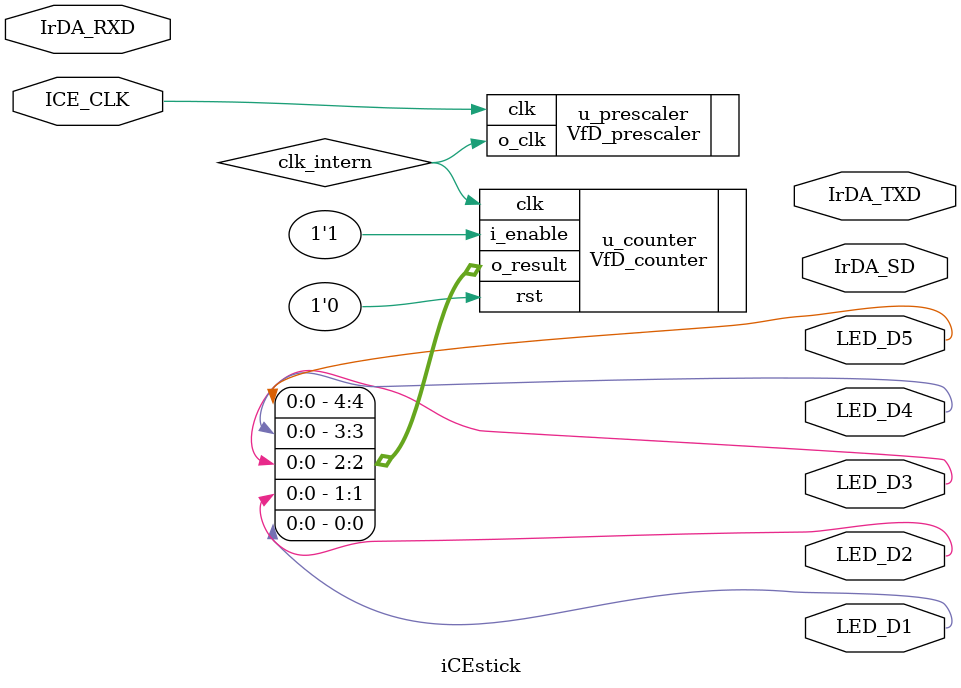
<source format=v>
module iCEstick (

    //  --------    LEDs    --------

    output          LED_D1,                 // PIO1_14
    output          LED_D2,                 // PIO1_13
    output          LED_D3,                 // PIO1_12
    output          LED_D4,                 // PIO1_11
    output          LED_D5,                 // PIO1_10

    //  --------    Infrared    --------

    input           IrDA_RXD,               // PIO1_19
    output          IrDA_TXD,               // PIO1_18
    output          IrDA_SD,                // PIO1_20

    //  --------    globals --------

    input           ICE_CLK                 // PIO3_00
);

//  ------------    core instatiation   ------------

    wire            clk_intern;

//    defparam    u_presaler.f_clkin = 12_000_000;
//    defparam    u_presaler.f_clkout = 2;

VfD_prescaler # (
    .f_clkin        (12_000_000),
    .f_clkout       (2)
) u_prescaler (
    .o_clk          (clk_intern),
    .clk            (ICE_CLK)
);

VfD_counter u_counter (
    .i_enable       (1'b1),
    .o_result       ({LED_D5, LED_D4, LED_D3, LED_D2, LED_D1}),

    .clk            (clk_intern),
    .rst            (1'b0));

endmodule

</source>
